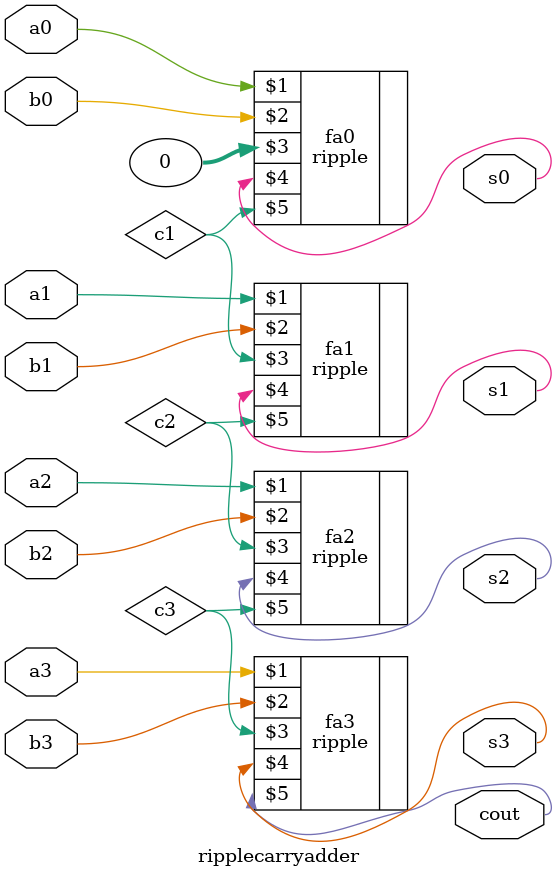
<source format=v>
`timescale 1ns / 1ps


module ripplecarryadder(
    a0,
    a1,
    a2,
    a3,
    b0,
    b1,
    b2,
    b3,
    s0,
    s1,
    s2,
    s3,
    cout);
    //not carrying anything in to the first added, also ran out of input switches, so im grounding the first cin
    input wire a0,a1,a2,a3,b0,b1,b2,b3;
    wire c1, c2, c3;
    output wire cout,s0,s1,s2,s3;
    
    ripple fa0(a0,b0,0,s0,c1);
    ripple fa1(a1,b1,c1,s1,c2);
    ripple fa2(a2,b2,c2,s2,c3);
    ripple fa3(a3,b3,c3,s3,cout);
    
endmodule

</source>
